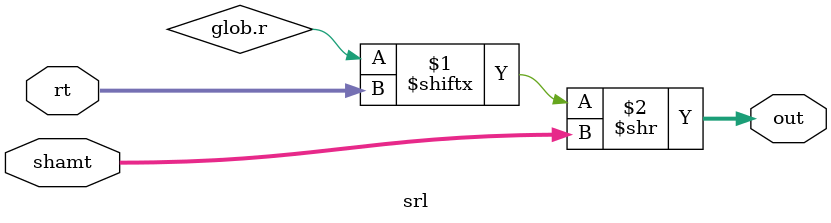
<source format=v>
module srl(
  input[4:0] rt,
  input[4:0] shamt,
  output[31:0] out
);

assign out = glob.r[rt]>>shamt;

endmodule 
</source>
